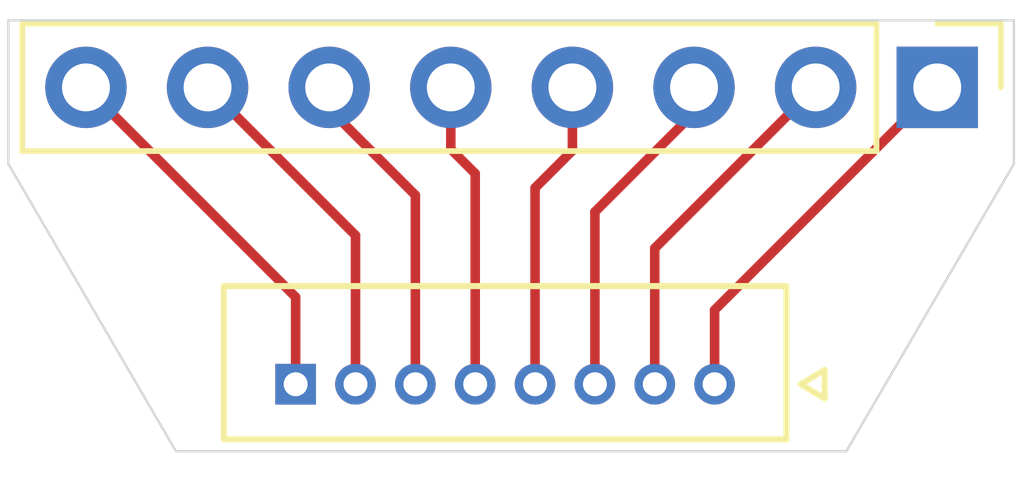
<source format=kicad_pcb>
(kicad_pcb (version 20240108) (generator "pcbnew") (generator_version "8.0")
  (layers (0 "F.Cu" signal) (31 "B.Cu" signal) (34 "B.Paste" user) (35 "F.Paste" user) (36 "B.SilkS" user "B.Silkscreen") (37 "F.SilkS" user "F.Silkscreen") (38 "B.Mask" user) (39 "F.Mask" user) (44 "Edge.Cuts" user))
  (net 0 "")
  (net 1 "Net-(J1-Pin_4)")
  (net 2 "Net-(J1-Pin_6)")
  (net 3 "Net-(J1-Pin_3)")
  (net 4 "Net-(J1-Pin_1)")
  (net 5 "Net-(J1-Pin_5)")
  (net 6 "Net-(J1-Pin_8)")
  (net 7 "Net-(J1-Pin_7)")
  (net 8 "Net-(J1-Pin_2)")
  (footprint "Custom:jst_1.25mm_8p" (layer "F.Cu") (at 145.5 102.6 180)
    (property "Reference" "J2" (hide yes))
    (property "Value" "jst_1.25mm_8p" (hide yes))
    (fp_line (start 1.5 2.05) (end -10.25 2.05) (stroke (width 0.127)) (layer "F.SilkS"))
    (fp_line (start 1.5 -1.15) (end 1.5 2.05) (stroke (width 0.127)) (layer "F.SilkS"))
    (fp_line (start -10.25 2.05) (end -10.25 -1.15) (stroke (width 0.127)) (layer "F.SilkS"))
    (fp_line (start -10.25 -1.15) (end 1.5 -1.15) (stroke (width 0.127)) (layer "F.SilkS"))
    (fp_line (start -10.55 0) (end -11.05 -0.3) (stroke (width 0.127)) (layer "F.SilkS"))
    (fp_line (start -11.05 0.3) (end -10.55 0) (stroke (width 0.127)) (layer "F.SilkS"))
    (fp_line (start -11.05 -0.3) (end -11.05 0.3) (stroke (width 0.127)) (layer "F.SilkS"))
    (pad "1" thru_hole rect (at 0 0 180) (size 0.85 0.85) (drill 0.5) (layers "*.Cu" "In1.Cu" "In2.Cu" "In3.Cu" "In4.Cu" "In5.Cu" "In6.Cu" "In7.Cu" "In8.Cu" "In9.Cu" "In10.Cu" "In11.Cu" "In12.Cu" "In13.Cu" "In14.Cu" "In15.Cu" "In16.Cu" "In17.Cu" "In18.Cu" "In19.Cu" "In20.Cu" "In21.Cu" "In22.Cu" "In23.Cu" "In24.Cu" "In25.Cu" "In26.Cu" "In27.Cu" "In28.Cu" "In29.Cu" "In30.Cu") (net 6 "Net-(J1-Pin_8)"))
    (pad "2" thru_hole circle (at -1.25 0 180) (size 0.85 0.85) (drill 0.5) (layers "*.Cu" "In1.Cu" "In2.Cu" "In3.Cu" "In4.Cu" "In5.Cu" "In6.Cu" "In7.Cu" "In8.Cu" "In9.Cu" "In10.Cu" "In11.Cu" "In12.Cu" "In13.Cu" "In14.Cu" "In15.Cu" "In16.Cu" "In17.Cu" "In18.Cu" "In19.Cu" "In20.Cu" "In21.Cu" "In22.Cu" "In23.Cu" "In24.Cu" "In25.Cu" "In26.Cu" "In27.Cu" "In28.Cu" "In29.Cu" "In30.Cu") (net 7 "Net-(J1-Pin_7)"))
    (pad "3" thru_hole circle (at -2.5 0 180) (size 0.85 0.85) (drill 0.5) (layers "*.Cu" "In1.Cu" "In2.Cu" "In3.Cu" "In4.Cu" "In5.Cu" "In6.Cu" "In7.Cu" "In8.Cu" "In9.Cu" "In10.Cu" "In11.Cu" "In12.Cu" "In13.Cu" "In14.Cu" "In15.Cu" "In16.Cu" "In17.Cu" "In18.Cu" "In19.Cu" "In20.Cu" "In21.Cu" "In22.Cu" "In23.Cu" "In24.Cu" "In25.Cu" "In26.Cu" "In27.Cu" "In28.Cu" "In29.Cu" "In30.Cu") (net 2 "Net-(J1-Pin_6)"))
    (pad "4" thru_hole circle (at -3.75 0 180) (size 0.85 0.85) (drill 0.5) (layers "*.Cu" "In1.Cu" "In2.Cu" "In3.Cu" "In4.Cu" "In5.Cu" "In6.Cu" "In7.Cu" "In8.Cu" "In9.Cu" "In10.Cu" "In11.Cu" "In12.Cu" "In13.Cu" "In14.Cu" "In15.Cu" "In16.Cu" "In17.Cu" "In18.Cu" "In19.Cu" "In20.Cu" "In21.Cu" "In22.Cu" "In23.Cu" "In24.Cu" "In25.Cu" "In26.Cu" "In27.Cu" "In28.Cu" "In29.Cu" "In30.Cu") (net 5 "Net-(J1-Pin_5)"))
    (pad "5" thru_hole circle (at -5 0 180) (size 0.85 0.85) (drill 0.5) (layers "*.Cu" "In1.Cu" "In2.Cu" "In3.Cu" "In4.Cu" "In5.Cu" "In6.Cu" "In7.Cu" "In8.Cu" "In9.Cu" "In10.Cu" "In11.Cu" "In12.Cu" "In13.Cu" "In14.Cu" "In15.Cu" "In16.Cu" "In17.Cu" "In18.Cu" "In19.Cu" "In20.Cu" "In21.Cu" "In22.Cu" "In23.Cu" "In24.Cu" "In25.Cu" "In26.Cu" "In27.Cu" "In28.Cu" "In29.Cu" "In30.Cu") (net 1 "Net-(J1-Pin_4)"))
    (pad "6" thru_hole circle (at -6.25 0 180) (size 0.85 0.85) (drill 0.5) (layers "*.Cu" "In1.Cu" "In2.Cu" "In3.Cu" "In4.Cu" "In5.Cu" "In6.Cu" "In7.Cu" "In8.Cu" "In9.Cu" "In10.Cu" "In11.Cu" "In12.Cu" "In13.Cu" "In14.Cu" "In15.Cu" "In16.Cu" "In17.Cu" "In18.Cu" "In19.Cu" "In20.Cu" "In21.Cu" "In22.Cu" "In23.Cu" "In24.Cu" "In25.Cu" "In26.Cu" "In27.Cu" "In28.Cu" "In29.Cu" "In30.Cu") (net 3 "Net-(J1-Pin_3)"))
    (pad "7" thru_hole circle (at -7.5 0 180) (size 0.85 0.85) (drill 0.5) (layers "*.Cu" "In1.Cu" "In2.Cu" "In3.Cu" "In4.Cu" "In5.Cu" "In6.Cu" "In7.Cu" "In8.Cu" "In9.Cu" "In10.Cu" "In11.Cu" "In12.Cu" "In13.Cu" "In14.Cu" "In15.Cu" "In16.Cu" "In17.Cu" "In18.Cu" "In19.Cu" "In20.Cu" "In21.Cu" "In22.Cu" "In23.Cu" "In24.Cu" "In25.Cu" "In26.Cu" "In27.Cu" "In28.Cu" "In29.Cu" "In30.Cu") (net 8 "Net-(J1-Pin_2)"))
    (pad "8" thru_hole circle (at -8.75 0 180) (size 0.85 0.85) (drill 0.5) (layers "*.Cu" "In1.Cu" "In2.Cu" "In3.Cu" "In4.Cu" "In5.Cu" "In6.Cu" "In7.Cu" "In8.Cu" "In9.Cu" "In10.Cu" "In11.Cu" "In12.Cu" "In13.Cu" "In14.Cu" "In15.Cu" "In16.Cu" "In17.Cu" "In18.Cu" "In19.Cu" "In20.Cu" "In21.Cu" "In22.Cu" "In23.Cu" "In24.Cu" "In25.Cu" "In26.Cu" "In27.Cu" "In28.Cu" "In29.Cu" "In30.Cu") (net 4 "Net-(J1-Pin_1)"))
  )
  (footprint "Connector_PinHeader_2.54mm:PinHeader_1x08_P2.54mm_Vertical" (layer "F.Cu") (at 158.9 96.4 -90)
    (property "Reference" "J1" (hide yes))
    (property "Value" "Conn_01x08" (hide yes))
    (fp_line (start -1.33 19.11) (end 1.33 19.11) (stroke (width 0.12)) (layer "F.SilkS"))
    (fp_line (start -1.33 1.27) (end -1.33 19.11) (stroke (width 0.12)) (layer "F.SilkS"))
    (fp_line (start -1.33 1.27) (end 1.33 1.27) (stroke (width 0.12)) (layer "F.SilkS"))
    (fp_line (start 1.33 1.27) (end 1.33 19.11) (stroke (width 0.12)) (layer "F.SilkS"))
    (fp_line (start -1.33 0) (end -1.33 -1.33) (stroke (width 0.12)) (layer "F.SilkS"))
    (fp_line (start -1.33 -1.33) (end 0 -1.33) (stroke (width 0.12)) (layer "F.SilkS"))
    (pad "1" thru_hole rect (at 0 0 270) (size 1.7 1.7) (drill 1) (layers "*.Cu" "*.Mask" "In1.Cu" "In2.Cu" "In3.Cu" "In4.Cu" "In5.Cu" "In6.Cu" "In7.Cu" "In8.Cu" "In9.Cu" "In10.Cu" "In11.Cu" "In12.Cu" "In13.Cu" "In14.Cu" "In15.Cu" "In16.Cu" "In17.Cu" "In18.Cu" "In19.Cu" "In20.Cu" "In21.Cu" "In22.Cu" "In23.Cu" "In24.Cu" "In25.Cu" "In26.Cu" "In27.Cu" "In28.Cu" "In29.Cu" "In30.Cu") (net 4 "Net-(J1-Pin_1)"))
    (pad "2" thru_hole oval (at 0 2.54 270) (size 1.7 1.7) (drill 1) (layers "*.Cu" "*.Mask" "In1.Cu" "In2.Cu" "In3.Cu" "In4.Cu" "In5.Cu" "In6.Cu" "In7.Cu" "In8.Cu" "In9.Cu" "In10.Cu" "In11.Cu" "In12.Cu" "In13.Cu" "In14.Cu" "In15.Cu" "In16.Cu" "In17.Cu" "In18.Cu" "In19.Cu" "In20.Cu" "In21.Cu" "In22.Cu" "In23.Cu" "In24.Cu" "In25.Cu" "In26.Cu" "In27.Cu" "In28.Cu" "In29.Cu" "In30.Cu") (net 8 "Net-(J1-Pin_2)"))
    (pad "3" thru_hole oval (at 0 5.08 270) (size 1.7 1.7) (drill 1) (layers "*.Cu" "*.Mask" "In1.Cu" "In2.Cu" "In3.Cu" "In4.Cu" "In5.Cu" "In6.Cu" "In7.Cu" "In8.Cu" "In9.Cu" "In10.Cu" "In11.Cu" "In12.Cu" "In13.Cu" "In14.Cu" "In15.Cu" "In16.Cu" "In17.Cu" "In18.Cu" "In19.Cu" "In20.Cu" "In21.Cu" "In22.Cu" "In23.Cu" "In24.Cu" "In25.Cu" "In26.Cu" "In27.Cu" "In28.Cu" "In29.Cu" "In30.Cu") (net 3 "Net-(J1-Pin_3)"))
    (pad "4" thru_hole oval (at 0 7.62 270) (size 1.7 1.7) (drill 1) (layers "*.Cu" "*.Mask" "In1.Cu" "In2.Cu" "In3.Cu" "In4.Cu" "In5.Cu" "In6.Cu" "In7.Cu" "In8.Cu" "In9.Cu" "In10.Cu" "In11.Cu" "In12.Cu" "In13.Cu" "In14.Cu" "In15.Cu" "In16.Cu" "In17.Cu" "In18.Cu" "In19.Cu" "In20.Cu" "In21.Cu" "In22.Cu" "In23.Cu" "In24.Cu" "In25.Cu" "In26.Cu" "In27.Cu" "In28.Cu" "In29.Cu" "In30.Cu") (net 1 "Net-(J1-Pin_4)"))
    (pad "5" thru_hole oval (at 0 10.16 270) (size 1.7 1.7) (drill 1) (layers "*.Cu" "*.Mask" "In1.Cu" "In2.Cu" "In3.Cu" "In4.Cu" "In5.Cu" "In6.Cu" "In7.Cu" "In8.Cu" "In9.Cu" "In10.Cu" "In11.Cu" "In12.Cu" "In13.Cu" "In14.Cu" "In15.Cu" "In16.Cu" "In17.Cu" "In18.Cu" "In19.Cu" "In20.Cu" "In21.Cu" "In22.Cu" "In23.Cu" "In24.Cu" "In25.Cu" "In26.Cu" "In27.Cu" "In28.Cu" "In29.Cu" "In30.Cu") (net 5 "Net-(J1-Pin_5)"))
    (pad "6" thru_hole oval (at 0 12.7 270) (size 1.7 1.7) (drill 1) (layers "*.Cu" "*.Mask" "In1.Cu" "In2.Cu" "In3.Cu" "In4.Cu" "In5.Cu" "In6.Cu" "In7.Cu" "In8.Cu" "In9.Cu" "In10.Cu" "In11.Cu" "In12.Cu" "In13.Cu" "In14.Cu" "In15.Cu" "In16.Cu" "In17.Cu" "In18.Cu" "In19.Cu" "In20.Cu" "In21.Cu" "In22.Cu" "In23.Cu" "In24.Cu" "In25.Cu" "In26.Cu" "In27.Cu" "In28.Cu" "In29.Cu" "In30.Cu") (net 2 "Net-(J1-Pin_6)"))
    (pad "7" thru_hole oval (at 0 15.24 270) (size 1.7 1.7) (drill 1) (layers "*.Cu" "*.Mask" "In1.Cu" "In2.Cu" "In3.Cu" "In4.Cu" "In5.Cu" "In6.Cu" "In7.Cu" "In8.Cu" "In9.Cu" "In10.Cu" "In11.Cu" "In12.Cu" "In13.Cu" "In14.Cu" "In15.Cu" "In16.Cu" "In17.Cu" "In18.Cu" "In19.Cu" "In20.Cu" "In21.Cu" "In22.Cu" "In23.Cu" "In24.Cu" "In25.Cu" "In26.Cu" "In27.Cu" "In28.Cu" "In29.Cu" "In30.Cu") (net 7 "Net-(J1-Pin_7)"))
    (pad "8" thru_hole oval (at 0 17.78 270) (size 1.7 1.7) (drill 1) (layers "*.Cu" "*.Mask" "In1.Cu" "In2.Cu" "In3.Cu" "In4.Cu" "In5.Cu" "In6.Cu" "In7.Cu" "In8.Cu" "In9.Cu" "In10.Cu" "In11.Cu" "In12.Cu" "In13.Cu" "In14.Cu" "In15.Cu" "In16.Cu" "In17.Cu" "In18.Cu" "In19.Cu" "In20.Cu" "In21.Cu" "In22.Cu" "In23.Cu" "In24.Cu" "In25.Cu" "In26.Cu" "In27.Cu" "In28.Cu" "In29.Cu" "In30.Cu") (net 6 "Net-(J1-Pin_8)"))
  )
  (gr_line (start 157 104) (end 160.5 98) (stroke (width 0.05)) (layer "Edge.Cuts"))
  (gr_line (start 160.5 98) (end 160.5 95) (stroke (width 0.05)) (layer "Edge.Cuts"))
  (gr_line (start 139.5 95) (end 160.5 95) (stroke (width 0.05)) (layer "Edge.Cuts"))
  (gr_line (start 139.5 95) (end 139.5 98) (stroke (width 0.05)) (layer "Edge.Cuts"))
  (gr_line (start 143 104) (end 139.5 98) (stroke (width 0.05)) (layer "Edge.Cuts"))
  (gr_line (start 143 104) (end 157 104) (stroke (width 0.05)) (layer "Edge.Cuts"))
  (segment (start 151.28 97.72) (end 150.5 98.5) (width 0.2) (layer "F.Cu") (net 1))
  (segment (start 150.5 98.5) (end 150.5 102.6) (width 0.2) (layer "F.Cu") (net 1))
  (segment (start 151.28 96.4) (end 151.28 97.72) (width 0.2) (layer "F.Cu") (net 1))
  (segment (start 146.2 96.85) (end 148 98.65) (width 0.2) (layer "F.Cu") (net 2))
  (segment (start 146.2 96.4) (end 146.2 96.85) (width 0.2) (layer "F.Cu") (net 2))
  (segment (start 148 98.65) (end 148 102.6) (width 0.2) (layer "F.Cu") (net 2))
  (segment (start 151.75 102.6) (end 151.75 99) (width 0.2) (layer "F.Cu") (net 3))
  (segment (start 151.75 99) (end 153.82 96.93) (width 0.2) (layer "F.Cu") (net 3))
  (segment (start 153.82 96.93) (end 153.82 96.4) (width 0.2) (layer "F.Cu") (net 3))
  (segment (start 158.9 96.4) (end 158.9 97) (width 0.2) (layer "F.Cu") (net 4))
  (segment (start 154.25 102.6) (end 154.25 101.05) (width 0.2) (layer "F.Cu") (net 4))
  (segment (start 154.25 101.05) (end 158.9 96.4) (width 0.2) (layer "F.Cu") (net 4))
  (segment (start 148.74 96.4) (end 148.74 97.69) (width 0.2) (layer "F.Cu") (net 5))
  (segment (start 148.74 97.69) (end 149.25 98.2) (width 0.2) (layer "F.Cu") (net 5))
  (segment (start 149.25 98.2) (end 149.25 102.6) (width 0.2) (layer "F.Cu") (net 5))
  (segment (start 145.5 100.78) (end 141.12 96.4) (width 0.2) (layer "F.Cu") (net 6))
  (segment (start 145.5 102.6) (end 145.5 100.78) (width 0.2) (layer "F.Cu") (net 6))
  (segment (start 141.12 96.4) (end 141.12 96.72) (width 0.2) (layer "F.Cu") (net 6))
  (segment (start 143.66 96.4) (end 146.75 99.49) (width 0.2) (layer "F.Cu") (net 7))
  (segment (start 146.75 99.49) (end 146.75 102.6) (width 0.2) (layer "F.Cu") (net 7))
  (segment (start 153 99.76) (end 156.36 96.4) (width 0.2) (layer "F.Cu") (net 8))
  (segment (start 153 102.6) (end 153 99.76) (width 0.2) (layer "F.Cu") (net 8))
)
</source>
